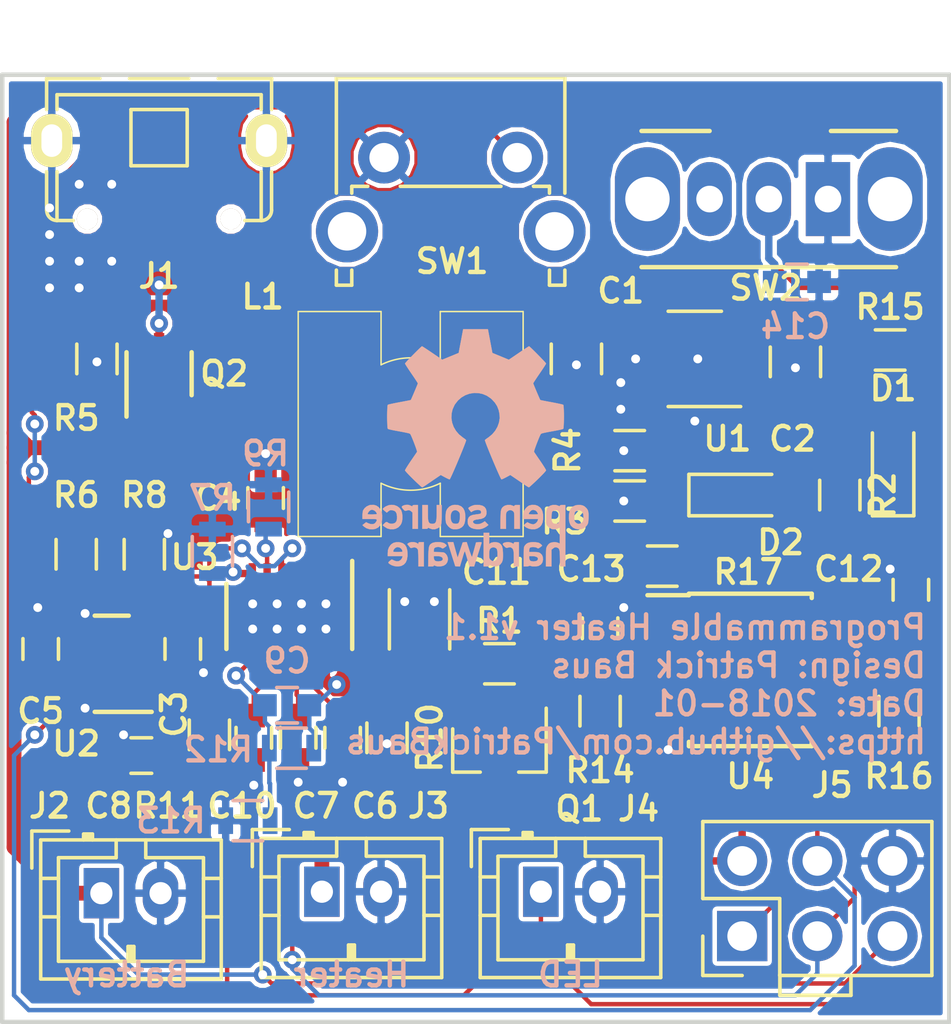
<source format=kicad_pcb>
(kicad_pcb (version 20170123) (host pcbnew "(2017-06-16 revision 2018d4894)-master")
  (layers (0 F.Cu signal) (31 B.Cu signal) (36 B.SilkS user) (37 F.SilkS user) (38 B.Mask user) (39 F.Mask user) (44 Edge.Cuts user))
  (net 0 "")
  (net 1 GND)
  (net 2 "/Power Supply/DC/DC boost converter/Vsup")
  (net 3 "/Power Supply/VUSB")
  (net 4 "Net-(C7-Pad1)")
  (net 5 "Net-(C8-Pad1)")
  (net 6 "Net-(C9-Pad2)")
  (net 7 "/Power Supply/V+5")
  (net 8 "Net-(C10-Pad1)")
  (net 9 "Net-(D1-Pad2)")
  (net 10 "Net-(D1-Pad1)")
  (net 11 "Net-(D2-Pad1)")
  (net 12 "Net-(J1-Pad2)")
  (net 13 "Net-(J1-Pad3)")
  (net 14 "Net-(J1-Pad4)")
  (net 15 "/Power Supply/Kill_power")
  (net 16 /Microcontroller/~enable_heater)
  (net 17 "Net-(SW1-Pad2)")
  (net 18 "Net-(L1-Pad2)")
  (net 19 /BAT+)
  (net 20 "Net-(C14-Pad1)")
  (net 21 "Net-(SW2-Pad3)")
  (net 22 "Net-(C6-Pad1)")
  (net 23 /Microcontroller/RST)
  (net 24 /Microcontroller/SCK)
  (net 25 /Microcontroller/MISO)
  (net 26 "Net-(C3-Pad1)")
  (net 27 "Net-(C5-Pad1)")
  (net 28 "Net-(C13-Pad1)")
  (net 29 "Net-(J3-Pad1)")
  (net 30 "Net-(J4-Pad1)")
  (net 31 "Net-(R4-Pad2)")
  (net 32 "Net-(R7-Pad1)")
  (net 33 "Net-(R8-Pad1)")
  (net 34 "Net-(R9-Pad1)")
  (net 35 "Net-(U2-Pad1)")
  (net 36 "Net-(U2-Pad2)")
  (module Custom_footprints:DFN-6-2EP_2x2mm_Pitch0.65mm (layer F.Cu) (at 95.3 80.1 90)
    (fp_text reference Q2 (at 0 2.2 180) (layer F.SilkS) (effects (font (size 0.8 0.8))))
    (fp_text value NTLJF3117P)
    (pad 1 smd rect (at -1.05 -0.65 90) (size 0.65 0.35) (layers F.Cu F.Mask) (net 3 "/Power Supply/VUSB"))
    (pad 2 smd rect (at -1.05 0 90) (size 0.65 0.35) (layers F.Cu F.Mask))
    (pad 3 smd rect (at -1.05 0.65 90) (size 0.65 0.35) (layers F.Cu F.Mask) (net 19 /BAT+))
    (pad 4 smd rect (at 1.05 0.65 90) (size 0.65 0.35) (layers F.Cu F.Mask) (net 2 "/Power Supply/DC/DC boost converter/Vsup"))
    (pad 5 smd rect (at 1.05 0 90) (size 0.65 0.35) (layers F.Cu F.Mask) (net 3 "/Power Supply/VUSB"))
    (pad 6 smd rect (at 1.05 -0.65 90) (size 0.65 0.35) (layers F.Cu F.Mask) (net 2 "/Power Supply/DC/DC boost converter/Vsup"))
    (pad 8 smd rect (at 0 0.4 90) (size 1 0.65) (layers F.Cu F.Mask) (net 19 /BAT+))
    (pad 7 smd rect (at 0 -0.4 90) (size 1 0.65) (layers F.Cu F.Mask) (net 2 "/Power Supply/DC/DC boost converter/Vsup"))
  )
  (module Symbols:OSHW-Logo_7.5x8mm_SilkScreen (layer B.Cu) (at 106 82.6 180)
    (fp_text reference REF*** hide)
    (fp_text value OSHW-Logo_7.5x8mm_SilkScreen hide)
  )
  (module Capacitors_SMD:C_0603 (layer F.Cu) (at 98.9 84.3 90)
    (fp_text reference C4 (at 0 -1.6 180) (layer F.SilkS) (effects (font (size 0.8 0.8))))
    (fp_text value 2.2u)
    (pad 2 smd rect (at 0.75 0 90) (size 0.8 0.75) (layers F.Cu F.Mask) (net 1 GND))
    (pad 1 smd rect (at -0.75 0 90) (size 0.8 0.75) (layers F.Cu F.Mask) (net 2 "/Power Supply/DC/DC boost converter/Vsup"))
  )
  (module Capacitors_SMD:C_0603 (layer F.Cu) (at 96.1 89.4 270)
    (fp_text reference C3 (at 2.2 0.3 270) (layer F.SilkS) (effects (font (size 0.8 0.8))))
    (fp_text value 10n)
    (pad 1 smd rect (at -0.75 0 270) (size 0.8 0.75) (layers F.Cu F.Mask) (net 26 "Net-(C3-Pad1)"))
    (pad 2 smd rect (at 0.75 0 270) (size 0.8 0.75) (layers F.Cu F.Mask) (net 1 GND))
  )
  (module Capacitors_SMD:C_0805 (layer F.Cu) (at 109.4 79.6 270)
    (fp_text reference C1 (at -2.3 -1.5) (layer F.SilkS) (effects (font (size 0.8 0.8))))
    (fp_text value 10u)
    (pad 2 smd rect (at 1 0 270) (size 1 1.25) (layers F.Cu F.Mask) (net 1 GND))
    (pad 1 smd rect (at -1 0 270) (size 1 1.25) (layers F.Cu F.Mask) (net 3 "/Power Supply/VUSB"))
  )
  (module Capacitors_SMD:C_0603 (layer F.Cu) (at 91.3 89.4 90)
    (fp_text reference C5 (at -2.1 0 180) (layer F.SilkS) (effects (font (size 0.8 0.8))))
    (fp_text value 100n)
    (pad 1 smd rect (at -0.75 0 90) (size 0.8 0.75) (layers F.Cu F.Mask) (net 27 "Net-(C5-Pad1)"))
    (pad 2 smd rect (at 0.75 0 90) (size 0.8 0.75) (layers F.Cu F.Mask) (net 1 GND))
  )
  (module Capacitors_SMD:C_0603 (layer F.Cu) (at 101.5 92.4 270)
    (fp_text reference C6 (at 2.3 -1.1) (layer F.SilkS) (effects (font (size 0.8 0.8))))
    (fp_text value 10n)
    (pad 1 smd rect (at -0.75 0 270) (size 0.8 0.75) (layers F.Cu F.Mask) (net 22 "Net-(C6-Pad1)"))
    (pad 2 smd rect (at 0.75 0 270) (size 0.8 0.75) (layers F.Cu F.Mask) (net 1 GND))
  )
  (module Capacitors_SMD:C_0603 (layer F.Cu) (at 100 92.4 270)
    (fp_text reference C7 (at 2.3 -0.6) (layer F.SilkS) (effects (font (size 0.8 0.8))))
    (fp_text value 10n)
    (pad 2 smd rect (at 0.75 0 270) (size 0.8 0.75) (layers F.Cu F.Mask) (net 1 GND))
    (pad 1 smd rect (at -0.75 0 270) (size 0.8 0.75) (layers F.Cu F.Mask) (net 4 "Net-(C7-Pad1)"))
  )
  (module Capacitors_SMD:C_0603 (layer F.Cu) (at 94.7 93 180)
    (fp_text reference C8 (at 1.1 -1.7 180) (layer F.SilkS) (effects (font (size 0.8 0.8))))
    (fp_text value 560p)
    (pad 1 smd rect (at -0.75 0 180) (size 0.8 0.75) (layers F.Cu F.Mask) (net 5 "Net-(C8-Pad1)"))
    (pad 2 smd rect (at 0.75 0 180) (size 0.8 0.75) (layers F.Cu F.Mask) (net 1 GND))
  )
  (module Capacitors_SMD:C_0603 (layer B.Cu) (at 99.625 91.3 180)
    (fp_text reference C9 (at 0 1.5 180) (layer B.SilkS) (effects (font (size 0.8 0.8)) (justify mirror)))
    (fp_text value 10p)
    (pad 2 smd rect (at 0.75 0 180) (size 0.8 0.75) (layers B.Cu B.Mask) (net 6 "Net-(C9-Pad2)"))
    (pad 1 smd rect (at -0.75 0 180) (size 0.8 0.75) (layers B.Cu B.Mask) (net 7 "/Power Supply/V+5"))
  )
  (module Capacitors_SMD:C_0603 (layer F.Cu) (at 98.5 92.4 270)
    (fp_text reference C10 (at 2.3 0.4) (layer F.SilkS) (effects (font (size 0.8 0.8))))
    (fp_text value 10p)
    (pad 2 smd rect (at 0.75 0 270) (size 0.8 0.75) (layers F.Cu F.Mask) (net 1 GND))
    (pad 1 smd rect (at -0.75 0 270) (size 0.8 0.75) (layers F.Cu F.Mask) (net 8 "Net-(C10-Pad1)"))
  )
  (module Capacitors_SMD:C_1206 (layer F.Cu) (at 104.1 88.4 90)
    (fp_text reference C11 (at 1.6 2.6 180) (layer F.SilkS) (effects (font (size 0.8 0.8))))
    (fp_text value 22u)
    (pad 2 smd rect (at 1.5 0 90) (size 1 1.6) (layers F.Cu F.Mask) (net 1 GND))
    (pad 1 smd rect (at -1.5 0 90) (size 1 1.6) (layers F.Cu F.Mask) (net 7 "/Power Supply/V+5"))
  )
  (module Capacitors_SMD:C_0603 (layer F.Cu) (at 110.2 88.7 90)
    (fp_text reference C13 (at 2 -0.3 -180) (layer F.SilkS) (effects (font (size 0.8 0.8))))
    (fp_text value 100n)
    (pad 1 smd rect (at -0.75 0 90) (size 0.8 0.75) (layers F.Cu F.Mask) (net 28 "Net-(C13-Pad1)"))
    (pad 2 smd rect (at 0.75 0 90) (size 0.8 0.75) (layers F.Cu F.Mask) (net 1 GND))
  )
  (module Capacitors_SMD:C_0603 (layer F.Cu) (at 120.7 87.4 90)
    (fp_text reference C12 (at 0.7 -2.1 180) (layer F.SilkS) (effects (font (size 0.8 0.8))))
    (fp_text value 100n)
    (pad 2 smd rect (at 0.75 0 90) (size 0.8 0.75) (layers F.Cu F.Mask) (net 1 GND))
    (pad 1 smd rect (at -0.75 0 90) (size 0.8 0.75) (layers F.Cu F.Mask) (net 7 "/Power Supply/V+5"))
  )
  (module LEDs:LED_0805 (layer F.Cu) (at 120.1 83.1 90)
    (fp_text reference D1 (at 2.5 0 180) (layer F.SilkS) (effects (font (size 0.8 0.8))))
    (fp_text value "Red LED")
    (pad 2 smd rect (at 1.1 0 270) (size 1.2 1.2) (layers F.Cu F.Mask) (net 9 "Net-(D1-Pad2)"))
    (pad 1 smd rect (at -1.1 0 270) (size 1.2 1.2) (layers F.Cu F.Mask) (net 10 "Net-(D1-Pad1)"))
  )
  (module LEDs:LED_0805 (layer F.Cu) (at 115 84.2)
    (fp_text reference D2 (at 1.3 1.6) (layer F.SilkS) (effects (font (size 0.8 0.8))))
    (fp_text value "Green LED")
    (pad 1 smd rect (at -1.1 0 180) (size 1.2 1.2) (layers F.Cu F.Mask) (net 11 "Net-(D2-Pad1)"))
    (pad 2 smd rect (at 1.1 0 180) (size 1.2 1.2) (layers F.Cu F.Mask) (net 10 "Net-(D1-Pad1)"))
  )
  (module Custom_footprints:USB_MICRO (layer F.Cu) (at 95.3 70.125 180)
    (fp_text reference J1 (at 0 -6.675 180) (layer F.SilkS) (effects (font (size 0.8 0.8))))
    (fp_text value USB_OTG)
    (pad 1 smd rect (at -1.3 -4.675 180) (size 0.4 1.35) (layers F.Cu F.Mask) (net 3 "/Power Supply/VUSB"))
    (pad 2 smd rect (at -0.65 -4.675 180) (size 0.4 1.35) (layers F.Cu F.Mask) (net 12 "Net-(J1-Pad2)"))
    (pad 3 smd rect (at 0 -4.675 180) (size 0.4 1.35) (layers F.Cu F.Mask) (net 13 "Net-(J1-Pad3)"))
    (pad 4 smd rect (at 0.65 -4.675 180) (size 0.4 1.35) (layers F.Cu F.Mask) (net 14 "Net-(J1-Pad4)"))
    (pad 5 smd rect (at 1.3 -4.675 180) (size 0.4 1.35) (layers F.Cu F.Mask) (net 1 GND))
    (pad 6 thru_hole oval (at -3.625 -2.1 180) (size 1.4 1.8) (drill oval 0.7 1.1) (layers *.Cu *.Mask F.SilkS) (net 1 GND))
    (pad 6 thru_hole oval (at 3.625 -2.1 180) (size 1.4 1.8) (drill oval 0.7 1.1) (layers *.Cu *.Mask F.SilkS) (net 1 GND))
    (pad "" thru_hole circle (at -2.425 -4.75 180) (size 0.7 0.7) (drill 0.7) (layers *.Cu *.Mask F.SilkS))
    (pad "" thru_hole circle (at 2.425 -4.75 180) (size 0.7 0.7) (drill 0.7) (layers *.Cu *.Mask F.SilkS))
  )
  (module TO_SOT_Packages_SMD:SOT-23 (layer F.Cu) (at 106.8 92.8 270)
    (fp_text reference Q1 (at 2 -2.7) (layer F.SilkS) (effects (font (size 0.8 0.8))))
    (fp_text value DMP1045U)
    (pad 3 smd rect (at 1 0 270) (size 0.9 0.8) (layers F.Cu F.Mask) (net 29 "Net-(J3-Pad1)"))
    (pad 2 smd rect (at -1 0.95 270) (size 0.9 0.8) (layers F.Cu F.Mask) (net 7 "/Power Supply/V+5"))
    (pad 1 smd rect (at -1 -0.95 270) (size 0.9 0.8) (layers F.Cu F.Mask) (net 16 /Microcontroller/~enable_heater))
  )
  (module Resistors_SMD:R_0603 (layer F.Cu) (at 106.8 89.9)
    (fp_text reference R1 (at 0 -1.45) (layer F.SilkS) (effects (font (size 0.8 0.8))))
    (fp_text value 10k)
    (pad 2 smd rect (at 0.75 0) (size 0.5 0.9) (layers F.Cu F.Mask) (net 16 /Microcontroller/~enable_heater))
    (pad 1 smd rect (at -0.75 0) (size 0.5 0.9) (layers F.Cu F.Mask) (net 7 "/Power Supply/V+5"))
  )
  (module Resistors_SMD:R_0603 (layer F.Cu) (at 92.5 86.2 270)
    (fp_text reference R6 (at -2 0) (layer F.SilkS) (effects (font (size 0.8 0.8))))
    (fp_text value 1k)
    (pad 1 smd rect (at -0.75 0 270) (size 0.5 0.9) (layers F.Cu F.Mask) (net 2 "/Power Supply/DC/DC boost converter/Vsup"))
    (pad 2 smd rect (at 0.75 0 270) (size 0.5 0.9) (layers F.Cu F.Mask) (net 26 "Net-(C3-Pad1)"))
  )
  (module Resistors_SMD:R_0603 (layer B.Cu) (at 97.1 86.1 90)
    (fp_text reference R7 (at 1.8 0) (layer B.SilkS) (effects (font (size 0.8 0.8)) (justify mirror)))
    (fp_text value 450k)
    (pad 2 smd rect (at 0.75 0 90) (size 0.5 0.9) (layers B.Cu B.Mask) (net 1 GND))
    (pad 1 smd rect (at -0.75 0 90) (size 0.5 0.9) (layers B.Cu B.Mask) (net 32 "Net-(R7-Pad1)"))
  )
  (module Resistors_SMD:R_0603 (layer B.Cu) (at 99 84.6 90)
    (fp_text reference R9 (at 1.8 -0.1) (layer B.SilkS) (effects (font (size 0.8 0.8)) (justify mirror)))
    (fp_text value 124k)
    (pad 1 smd rect (at -0.75 0 90) (size 0.5 0.9) (layers B.Cu B.Mask) (net 34 "Net-(R9-Pad1)"))
    (pad 2 smd rect (at 0.75 0 90) (size 0.5 0.9) (layers B.Cu B.Mask) (net 1 GND))
  )
  (module Resistors_SMD:R_0603 (layer F.Cu) (at 103 92.4 270)
    (fp_text reference R10 (at 0 -1.45 270) (layer F.SilkS) (effects (font (size 0.8 0.8))))
    (fp_text value 133k)
    (pad 1 smd rect (at -0.75 0 270) (size 0.5 0.9) (layers F.Cu F.Mask) (net 22 "Net-(C6-Pad1)"))
    (pad 2 smd rect (at 0.75 0 270) (size 0.5 0.9) (layers F.Cu F.Mask) (net 1 GND))
  )
  (module Resistors_SMD:R_0603 (layer F.Cu) (at 97 92.3 270)
    (fp_text reference R11 (at 2.4 1.4) (layer F.SilkS) (effects (font (size 0.8 0.8))))
    (fp_text value 33k)
    (pad 2 smd rect (at 0.75 0 270) (size 0.5 0.9) (layers F.Cu F.Mask) (net 5 "Net-(C8-Pad1)"))
    (pad 1 smd rect (at -0.75 0 270) (size 0.5 0.9) (layers F.Cu F.Mask) (net 8 "Net-(C10-Pad1)"))
  )
  (module Resistors_SMD:R_0603 (layer B.Cu) (at 99.775 92.75 180)
    (fp_text reference R12 (at 2.475 -0.05 180) (layer B.SilkS) (effects (font (size 0.8 0.8)) (justify mirror)))
    (fp_text value 1M)
    (pad 2 smd rect (at 0.75 0 180) (size 0.5 0.9) (layers B.Cu B.Mask) (net 6 "Net-(C9-Pad2)"))
    (pad 1 smd rect (at -0.75 0 180) (size 0.5 0.9) (layers B.Cu B.Mask) (net 7 "/Power Supply/V+5"))
  )
  (module Resistors_SMD:R_0603 (layer F.Cu) (at 118.3 84.2 270)
    (fp_text reference R2 (at 0 -1.45 270) (layer F.SilkS) (effects (font (size 0.8 0.8))))
    (fp_text value 470)
    (pad 1 smd rect (at -0.75 0 270) (size 0.5 0.9) (layers F.Cu F.Mask) (net 9 "Net-(D1-Pad2)"))
    (pad 2 smd rect (at 0.75 0 270) (size 0.5 0.9) (layers F.Cu F.Mask) (net 3 "/Power Supply/VUSB"))
  )
  (module Resistors_SMD:R_0603 (layer F.Cu) (at 111.2 84.4)
    (fp_text reference R3 (at -2.2 0.7 180) (layer F.SilkS) (effects (font (size 0.8 0.8))))
    (fp_text value 470)
    (pad 1 smd rect (at -0.75 0) (size 0.5 0.9) (layers F.Cu F.Mask) (net 1 GND))
    (pad 2 smd rect (at 0.75 0) (size 0.5 0.9) (layers F.Cu F.Mask) (net 11 "Net-(D2-Pad1)"))
  )
  (module Resistors_SMD:R_0603 (layer F.Cu) (at 111.2 82.7)
    (fp_text reference R4 (at -2.1 0 90) (layer F.SilkS) (effects (font (size 0.8 0.8))))
    (fp_text value 2k)
    (pad 2 smd rect (at 0.75 0) (size 0.5 0.9) (layers F.Cu F.Mask) (net 31 "Net-(R4-Pad2)"))
    (pad 1 smd rect (at -0.75 0) (size 0.5 0.9) (layers F.Cu F.Mask) (net 1 GND))
  )
  (module Resistors_SMD:R_0603 (layer F.Cu) (at 93.2 79.6 270)
    (fp_text reference R5 (at 2 0.7) (layer F.SilkS) (effects (font (size 0.8 0.8))))
    (fp_text value 100k)
    (pad 2 smd rect (at 0.75 0 270) (size 0.5 0.9) (layers F.Cu F.Mask) (net 1 GND))
    (pad 1 smd rect (at -0.75 0 270) (size 0.5 0.9) (layers F.Cu F.Mask) (net 3 "/Power Supply/VUSB"))
  )
  (module Resistors_SMD:R_0603 (layer B.Cu) (at 98.3 95.2 180)
    (fp_text reference R13 (at 2.6 0 180) (layer B.SilkS) (effects (font (size 0.8 0.8)) (justify mirror)))
    (fp_text value 324k)
    (pad 1 smd rect (at -0.75 0 180) (size 0.5 0.9) (layers B.Cu B.Mask) (net 6 "Net-(C9-Pad2)"))
    (pad 2 smd rect (at 0.75 0 180) (size 0.5 0.9) (layers B.Cu B.Mask) (net 1 GND))
  )
  (module Resistors_SMD:R_0603 (layer F.Cu) (at 110.2 91.5 270)
    (fp_text reference R14 (at 2 0) (layer F.SilkS) (effects (font (size 0.8 0.8))))
    (fp_text value 1k)
    (pad 2 smd rect (at 0.75 0 270) (size 0.5 0.9) (layers F.Cu F.Mask) (net 19 /BAT+))
    (pad 1 smd rect (at -0.75 0 270) (size 0.5 0.9) (layers F.Cu F.Mask) (net 28 "Net-(C13-Pad1)"))
  )
  (module Resistors_SMD:R_0603 (layer F.Cu) (at 120.3 91.5 270)
    (fp_text reference R16 (at 2.2 0) (layer F.SilkS) (effects (font (size 0.8 0.8))))
    (fp_text value 470)
    (pad 2 smd rect (at 0.75 0 270) (size 0.5 0.9) (layers F.Cu F.Mask) (net 30 "Net-(J4-Pad1)"))
    (pad 1 smd rect (at -0.75 0 270) (size 0.5 0.9) (layers F.Cu F.Mask) (net 25 /Microcontroller/MISO))
  )
  (module Resistors_SMD:R_0603 (layer F.Cu) (at 112.3 86.6)
    (fp_text reference R17 (at 2.9 0.2) (layer F.SilkS) (effects (font (size 0.8 0.8))))
    (fp_text value 10k)
    (pad 1 smd rect (at -0.75 0) (size 0.5 0.9) (layers F.Cu F.Mask) (net 7 "/Power Supply/V+5"))
    (pad 2 smd rect (at 0.75 0) (size 0.5 0.9) (layers F.Cu F.Mask) (net 23 /Microcontroller/RST))
  )
  (module Housings_DFN_QFN:DFN-10-1EP_2x3mm_Pitch0.5mm (layer F.Cu) (at 93.7 89.9 180)
    (fp_text reference U2 (at 1.2 -2.7) (layer F.SilkS) (effects (font (size 0.8 0.8))))
    (fp_text value "LTC2955-1(DFN)")
    (pad 1 smd rect (at -0.925 -1 180) (size 0.7 0.25) (layers F.Cu F.Mask) (net 35 "Net-(U2-Pad1)"))
    (pad 2 smd rect (at -0.925 -0.5 180) (size 0.7 0.25) (layers F.Cu F.Mask) (net 36 "Net-(U2-Pad2)"))
    (pad 3 smd rect (at -0.925 0 180) (size 0.7 0.25) (layers F.Cu F.Mask) (net 33 "Net-(R8-Pad1)"))
    (pad 4 smd rect (at -0.925 0.5 180) (size 0.7 0.25) (layers F.Cu F.Mask) (net 26 "Net-(C3-Pad1)"))
    (pad 5 smd rect (at -0.925 1 180) (size 0.7 0.25) (layers F.Cu F.Mask) (net 17 "Net-(SW1-Pad2)"))
    (pad 6 smd rect (at 0.925 1 180) (size 0.7 0.25) (layers F.Cu F.Mask) (net 1 GND))
    (pad 7 smd rect (at 0.925 0.5 180) (size 0.7 0.25) (layers F.Cu F.Mask) (net 1 GND))
    (pad 8 smd rect (at 0.925 0 180) (size 0.7 0.25) (layers F.Cu F.Mask) (net 27 "Net-(C5-Pad1)"))
    (pad 9 smd rect (at 0.925 -0.5 180) (size 0.7 0.25) (layers F.Cu F.Mask) (net 15 "/Power Supply/Kill_power"))
    (pad 10 smd rect (at 0.925 -1 180) (size 0.7 0.25) (layers F.Cu F.Mask) (net 1 GND))
    (pad 11 smd rect (at 0 0.6 180) (size 0.64 1.2) (layers F.Cu F.Mask))
    (pad 11 smd rect (at 0 -0.6 180) (size 0.64 1.2) (layers F.Cu F.Mask))
  )
  (module Housings_DFN_QFN:DFN-12-1EP_3x4mm_Pitch0.5mm (layer F.Cu) (at 99.7 88.3 270)
    (fp_text reference U3 (at -2 3.2) (layer F.SilkS) (effects (font (size 0.8 0.8))))
    (fp_text value LTC3458)
    (pad 13 smd rect (at -0.425 -1.2375 270) (size 0.85 0.825) (layers F.Cu F.Mask) (net 1 GND))
    (pad 13 smd rect (at -0.425 -0.4125 270) (size 0.85 0.825) (layers F.Cu F.Mask) (net 1 GND))
    (pad 13 smd rect (at -0.425 0.4125 270) (size 0.85 0.825) (layers F.Cu F.Mask) (net 1 GND))
    (pad 13 smd rect (at -0.425 1.2375 270) (size 0.85 0.825) (layers F.Cu F.Mask) (net 1 GND))
    (pad 13 smd rect (at 0.425 -1.2375 270) (size 0.85 0.825) (layers F.Cu F.Mask) (net 1 GND))
    (pad 13 smd rect (at 0.425 -0.4125 270) (size 0.85 0.825) (layers F.Cu F.Mask) (net 1 GND))
    (pad 13 smd rect (at 0.425 0.4125 270) (size 0.85 0.825) (layers F.Cu F.Mask) (net 1 GND))
    (pad 13 smd rect (at 0.425 1.2375 270) (size 0.85 0.825) (layers F.Cu F.Mask) (net 1 GND))
    (pad 12 smd rect (at 1.45 -1.25 270) (size 0.7 0.25) (layers F.Cu F.Mask) (net 7 "/Power Supply/V+5"))
    (pad 11 smd rect (at 1.45 -0.75 270) (size 0.7 0.25) (layers F.Cu F.Mask) (net 22 "Net-(C6-Pad1)"))
    (pad 10 smd rect (at 1.45 -0.25 270) (size 0.7 0.25) (layers F.Cu F.Mask) (net 4 "Net-(C7-Pad1)"))
    (pad 9 smd rect (at 1.45 0.25 270) (size 0.7 0.25) (layers F.Cu F.Mask) (net 1 GND))
    (pad 8 smd rect (at 1.45 0.75 270) (size 0.7 0.25) (layers F.Cu F.Mask) (net 8 "Net-(C10-Pad1)"))
    (pad 7 smd rect (at 1.45 1.25 270) (size 0.7 0.25) (layers F.Cu F.Mask) (net 6 "Net-(C9-Pad2)"))
    (pad 6 smd rect (at -1.45 1.25 270) (size 0.7 0.25) (layers F.Cu F.Mask) (net 32 "Net-(R7-Pad1)"))
    (pad 5 smd rect (at -1.45 0.75 270) (size 0.7 0.25) (layers F.Cu F.Mask) (net 34 "Net-(R9-Pad1)"))
    (pad 4 smd rect (at -1.45 0.25 270) (size 0.7 0.25) (layers F.Cu F.Mask) (net 33 "Net-(R8-Pad1)"))
    (pad 3 smd rect (at -1.45 -0.25 270) (size 0.7 0.25) (layers F.Cu F.Mask) (net 1 GND))
    (pad 2 smd rect (at -1.45 -0.75 270) (size 0.7 0.25) (layers F.Cu F.Mask) (net 2 "/Power Supply/DC/DC boost converter/Vsup"))
    (pad 1 smd rect (at -1.45 -1.25 270) (size 0.7 0.25) (layers F.Cu F.Mask) (net 18 "Net-(L1-Pad2)"))
  )
  (module Housings_SOIC:SOIC-8_3.9x4.9mm_Pitch1.27mm (layer F.Cu) (at 115.275952 90.1075)
    (fp_text reference U4 (at 0 3.5925) (layer F.SilkS) (effects (font (size 0.8 0.8))))
    (fp_text value ATTINY13-20SSU)
    (pad 8 smd rect (at 2.7 -1.905) (size 1.55 0.6) (layers F.Cu F.Mask) (net 7 "/Power Supply/V+5"))
    (pad 7 smd rect (at 2.7 -0.635) (size 1.55 0.6) (layers F.Cu F.Mask) (net 24 /Microcontroller/SCK))
    (pad 6 smd rect (at 2.7 0.635) (size 1.55 0.6) (layers F.Cu F.Mask) (net 25 /Microcontroller/MISO))
    (pad 5 smd rect (at 2.7 1.905) (size 1.55 0.6) (layers F.Cu F.Mask) (net 15 "/Power Supply/Kill_power"))
    (pad 4 smd rect (at -2.7 1.905) (size 1.55 0.6) (layers F.Cu F.Mask) (net 1 GND))
    (pad 3 smd rect (at -2.7 0.635) (size 1.55 0.6) (layers F.Cu F.Mask) (net 28 "Net-(C13-Pad1)"))
    (pad 2 smd rect (at -2.7 -0.635) (size 1.55 0.6) (layers F.Cu F.Mask) (net 16 /Microcontroller/~enable_heater))
    (pad 1 smd rect (at -2.7 -1.905) (size 1.55 0.6) (layers F.Cu F.Mask) (net 23 /Microcontroller/RST))
  )
  (module TO_SOT_Packages_SMD:SOT-23-5 (layer F.Cu) (at 113.4 79.6 180)
    (fp_text reference U1 (at -1.1 -2.7 180) (layer F.SilkS) (effects (font (size 0.8 0.8))))
    (fp_text value MCP73831)
    (pad 5 smd rect (at 1.1 -0.95 180) (size 1.06 0.65) (layers F.Cu F.Mask) (net 31 "Net-(R4-Pad2)"))
    (pad 4 smd rect (at 1.1 0.95 180) (size 1.06 0.65) (layers F.Cu F.Mask) (net 3 "/Power Supply/VUSB"))
    (pad 3 smd rect (at -1.1 0.95 180) (size 1.06 0.65) (layers F.Cu F.Mask) (net 19 /BAT+))
    (pad 2 smd rect (at -1.1 0 180) (size 1.06 0.65) (layers F.Cu F.Mask) (net 1 GND))
    (pad 1 smd rect (at -1.1 -0.95 180) (size 1.06 0.65) (layers F.Cu F.Mask) (net 10 "Net-(D1-Pad1)"))
  )
  (module Pin_Headers:Pin_Header_Straight_2x03_Pitch2.54mm (layer F.Cu) (at 115 99.1 90)
    (fp_text reference J5 (at 5.1 3.04 180) (layer F.SilkS) (effects (font (size 0.8 0.8))))
    (fp_text value AVR-ISP-6)
    (pad 6 thru_hole oval (at 2.54 5.08 90) (size 1.7 1.7) (drill 1) (layers *.Cu *.Mask) (net 1 GND))
    (pad 5 thru_hole oval (at 0 5.08 90) (size 1.7 1.7) (drill 1) (layers *.Cu *.Mask) (net 23 /Microcontroller/RST))
    (pad 4 thru_hole oval (at 2.54 2.54 90) (size 1.7 1.7) (drill 1) (layers *.Cu *.Mask) (net 15 "/Power Supply/Kill_power"))
    (pad 3 thru_hole oval (at 0 2.54 90) (size 1.7 1.7) (drill 1) (layers *.Cu *.Mask) (net 24 /Microcontroller/SCK))
    (pad 2 thru_hole oval (at 2.54 0 90) (size 1.7 1.7) (drill 1) (layers *.Cu *.Mask) (net 7 "/Power Supply/V+5"))
    (pad 1 thru_hole rect (at 0 0 90) (size 1.7 1.7) (drill 1) (layers *.Cu *.Mask) (net 25 /Microcontroller/MISO))
  )
  (module Connectors_JST:JST_PH_B2B-PH-K_02x2.00mm_Straight (layer F.Cu) (at 108.2 97.6)
    (fp_text reference J4 (at 3.3 -2.8) (layer F.SilkS) (effects (font (size 0.8 0.8))))
    (fp_text value Conn_01x02)
    (pad 2 thru_hole oval (at 2 0) (size 1.2 1.7) (drill 0.75) (layers *.Cu *.Mask) (net 1 GND))
    (pad 1 thru_hole rect (at 0 0) (size 1.2 1.7) (drill 0.75) (layers *.Cu *.Mask) (net 30 "Net-(J4-Pad1)"))
  )
  (module Connectors_JST:JST_PH_B2B-PH-K_02x2.00mm_Straight (layer F.Cu) (at 93.35 97.65)
    (fp_text reference J2 (at -1.75 -2.95) (layer F.SilkS) (effects (font (size 0.8 0.8))))
    (fp_text value Conn_01x02)
    (pad 1 thru_hole rect (at 0 0) (size 1.2 1.7) (drill 0.75) (layers *.Cu *.Mask) (net 19 /BAT+))
    (pad 2 thru_hole oval (at 2 0) (size 1.2 1.7) (drill 0.75) (layers *.Cu *.Mask) (net 1 GND))
  )
  (module Connectors_JST:JST_PH_B2B-PH-K_02x2.00mm_Straight (layer F.Cu) (at 100.8 97.6)
    (fp_text reference J3 (at 3.6 -2.9) (layer F.SilkS) (effects (font (size 0.8 0.8))))
    (fp_text value Conn_01x02)
    (pad 2 thru_hole oval (at 2 0) (size 1.2 1.7) (drill 0.75) (layers *.Cu *.Mask) (net 1 GND))
    (pad 1 thru_hole rect (at 0 0) (size 1.2 1.7) (drill 0.75) (layers *.Cu *.Mask) (net 29 "Net-(J3-Pad1)"))
  )
  (module Custom_footprints:Coilcraft_MSS7341 (layer F.Cu) (at 103.8 81.8 90)
    (fp_text reference L1 (at 4.3 -5 180) (layer F.SilkS) (effects (font (size 0.8 0.8))))
    (fp_text value 22u)
    (pad 1 smd rect (at 0 -2.3 90) (size 7.1 2.5) (layers F.Cu F.Mask) (net 2 "/Power Supply/DC/DC boost converter/Vsup"))
    (pad 2 smd rect (at 0 2.3 90) (size 7.1 2.5) (layers F.Cu F.Mask) (net 18 "Net-(L1-Pad2)"))
  )
  (module SW_Tactile_SPST_Angled_PTS645Vx31-2LFS (layer F.Cu) (at 102.9 72.8)
    (fp_text reference SW1 (at 2.3 3.5) (layer F.SilkS) (effects (font (size 0.8 0.8))))
    (fp_text value SW_Push)
    (pad "" thru_hole circle (at -1.25 2.49) (size 2.1 2.1) (drill 1.3) (layers *.Cu *.Mask))
    (pad 1 thru_hole circle (at 0 0) (size 1.75 1.75) (drill 0.99) (layers *.Cu *.Mask) (net 1 GND))
    (pad 2 thru_hole circle (at 4.5 0) (size 1.75 1.75) (drill 0.99) (layers *.Cu *.Mask) (net 17 "Net-(SW1-Pad2)"))
    (pad "" thru_hole circle (at 5.76 2.49) (size 2.1 2.1) (drill 1.3) (layers *.Cu *.Mask))
  )
  (module Buttons_Switches_THT:SW_CuK_OS102011MA1QN1_SPDT_Angled (layer F.Cu) (at 117.9 74.2 180)
    (fp_text reference SW2 (at 2.1 -3 180) (layer F.SilkS) (effects (font (size 0.8 0.8))))
    (fp_text value SW_SPDT)
    (pad "" thru_hole oval (at 6.1 0 180) (size 2.2 3.5) (drill 1.5) (layers *.Cu *.Mask))
    (pad "" thru_hole oval (at -2.1 0 180) (size 2.2 3.5) (drill 1.5) (layers *.Cu *.Mask))
    (pad 3 thru_hole oval (at 4 0 180) (size 1.5 2.5) (drill 0.9) (layers *.Cu *.Mask) (net 21 "Net-(SW2-Pad3)"))
    (pad 2 thru_hole oval (at 2 0 180) (size 1.5 2.5) (drill 0.9) (layers *.Cu *.Mask) (net 20 "Net-(C14-Pad1)"))
    (pad 1 thru_hole rect (at 0 0 180) (size 1.5 2.5) (drill 0.9) (layers *.Cu *.Mask) (net 1 GND))
  )
  (module Capacitors_SMD:C_0603 (layer B.Cu) (at 116.85 77)
    (fp_text reference C14 (at -0.05 1.5) (layer B.SilkS) (effects (font (size 0.8 0.8)) (justify mirror)))
    (fp_text value 100n)
    (pad 1 smd rect (at -0.75 0) (size 0.8 0.75) (layers B.Cu B.Mask) (net 20 "Net-(C14-Pad1)"))
    (pad 2 smd rect (at 0.75 0) (size 0.8 0.75) (layers B.Cu B.Mask) (net 1 GND))
  )
  (module Resistors_SMD:R_0603 (layer F.Cu) (at 94.8 86.2 90)
    (fp_text reference R8 (at 2 0 180) (layer F.SilkS) (effects (font (size 0.8 0.8))))
    (fp_text value 100k)
    (pad 2 smd rect (at 0.75 0 90) (size 0.5 0.9) (layers F.Cu F.Mask) (net 1 GND))
    (pad 1 smd rect (at -0.75 0 90) (size 0.5 0.9) (layers F.Cu F.Mask) (net 33 "Net-(R8-Pad1)"))
  )
  (module Capacitors_SMD:C_0805 (layer F.Cu) (at 116.8 79.7 270)
    (fp_text reference C2 (at 2.6 0.1 180) (layer F.SilkS) (effects (font (size 0.8 0.8))))
    (fp_text value 10u)
    (pad 2 smd rect (at 1 0 270) (size 1 1.25) (layers F.Cu F.Mask) (net 1 GND))
    (pad 1 smd rect (at -1 0 270) (size 1 1.25) (layers F.Cu F.Mask) (net 19 /BAT+))
  )
  (module Resistors_SMD:R_0603 (layer F.Cu) (at 120 79.3)
    (fp_text reference R15 (at 0 -1.45) (layer F.SilkS) (effects (font (size 0.8 0.8))))
    (fp_text value 4.7k)
    (pad 2 smd rect (at 0.75 0) (size 0.5 0.9) (layers F.Cu F.Mask) (net 24 /Microcontroller/SCK))
    (pad 1 smd rect (at -0.75 0) (size 0.5 0.9) (layers F.Cu F.Mask) (net 20 "Net-(C14-Pad1)"))
  )
  (gr_line (start 116.275 101.1) (end 116.275 100.4) (layer F.SilkS) (width 0.125))
  (gr_line (start 118.675 101.1) (end 116.275 101.1) (layer F.SilkS) (width 0.125))
  (gr_line (start 118.675 100.45) (end 118.675 101.1) (layer F.SilkS) (width 0.125))
  (gr_text LED (at 109.2 100.4) (layer B.SilkS) (effects (font (size 0.8 0.8)) (justify mirror)))
  (gr_text Heater (at 101.8 100.4) (layer B.SilkS) (effects (font (size 0.8 0.8)) (justify mirror)))
  (gr_text Battery (at 94.2 100.4) (layer B.SilkS) (effects (font (size 0.8 0.8)) (justify mirror)))
  (gr_text "Programmable Heater v1.1\nDesign: Patrick Baus\nDate: 2018-01\nhttps://github.com/PatrickBaus" (at 121.3 90.6) (layer B.SilkS) (effects (font (size 0.8 0.8)) (justify left mirror)))
  (gr_line (start 90 102) (end 90 102) (layer Edge.Cuts) (width 0.15))
  (gr_line (start 122 102) (end 90 102) (layer Edge.Cuts) (width 0.15))
  (gr_line (start 122 70) (end 122 102) (layer Edge.Cuts) (width 0.15))
  (gr_line (start 90 70) (end 122 70) (layer Edge.Cuts) (width 0.15))
  (gr_line (start 90 70) (end 90 102) (layer Edge.Cuts) (width 0.15))
  (segment (start 94.8 85.45) (end 95.55 85.45) (width 0.15) (layer F.Cu) (net 1))
  (segment (start 95.55 85.45) (end 95.6 85.5) (width 0.15) (layer F.Cu) (net 1))
  (via (at 95.6 85.5) (size 0.6) (drill 0.3) (layers F.Cu B.Cu) (net 1))
  (segment (start 110.2 87.95) (end 110.95 87.95) (width 0.15) (layer F.Cu) (net 1))
  (segment (start 110.95 87.95) (end 111 88) (width 0.15) (layer F.Cu) (net 1))
  (via (at 111 88) (size 0.6) (drill 0.3) (layers F.Cu B.Cu) (net 1))
  (segment (start 116.8 80.7) (end 116.8 79.9) (width 0.25) (layer F.Cu) (net 1))
  (via (at 116.8 79.9) (size 0.6) (drill 0.3) (layers F.Cu B.Cu) (net 1))
  (via (at 92.6 77.2) (size 0.6) (drill 0.3) (layers F.Cu B.Cu) (net 1))
  (segment (start 92.6 76.3) (end 92.6 77.2) (width 0.15) (layer F.Cu) (net 1))
  (segment (start 92.6 76.3) (end 93.7 76.3) (width 0.15) (layer F.Cu) (net 1))
  (segment (start 91.6 76.3) (end 92.6 76.3) (width 0.15) (layer F.Cu) (net 1))
  (segment (start 91.6 76.3) (end 91.6 77.2) (width 0.15) (layer F.Cu) (net 1))
  (segment (start 91.6 75.4) (end 91.6 76.3) (width 0.15) (layer F.Cu) (net 1))
  (via (at 93.7 73.7) (size 0.6) (drill 0.3) (layers F.Cu B.Cu) (net 1))
  (segment (start 94 74) (end 93.7 73.7) (width 0.15) (layer F.Cu) (net 1))
  (segment (start 94 74.8) (end 94 74) (width 0.15) (layer F.Cu) (net 1))
  (via (at 92.6 73.7) (size 0.6) (drill 0.3) (layers F.Cu B.Cu) (net 1))
  (segment (start 93.7 73.7) (end 92.6 73.7) (width 0.15) (layer F.Cu) (net 1))
  (segment (start 92.6 73.7) (end 92.4 73.7) (width 0.15) (layer F.Cu) (net 1))
  (segment (start 92.4 73.7) (end 91.6 74.5) (width 0.15) (layer F.Cu) (net 1))
  (via (at 91.6 74.5) (size 0.6) (drill 0.3) (layers F.Cu B.Cu) (net 1))
  (segment (start 91.6 75.4) (end 91.6 74.5) (width 0.15) (layer F.Cu) (net 1))
  (via (at 91.6 75.4) (size 0.6) (drill 0.3) (layers F.Cu B.Cu) (net 1))
  (via (at 91.6 76.3) (size 0.6) (drill 0.3) (layers F.Cu B.Cu) (net 1))
  (via (at 93.7 76.3) (size 0.6) (drill 0.3) (layers F.Cu B.Cu) (net 1))
  (via (at 92.6 76.3) (size 0.6) (drill 0.3) (layers F.Cu B.Cu) (net 1))
  (via (at 91.6 77.2) (size 0.6) (drill 0.3) (layers F.Cu B.Cu) (net 1))
  (segment (start 98.9 83.55) (end 98.9 82.8) (width 0.25) (layer F.Cu) (net 1))
  (via (at 98.9 82.8) (size 0.6) (drill 0.3) (layers F.Cu B.Cu) (net 1))
  (segment (start 93.2 80.35) (end 93.2 79.7) (width 0.25) (layer F.Cu) (net 1))
  (via (at 93.2 79.7) (size 0.6) (drill 0.3) (layers F.Cu B.Cu) (net 1))
  (segment (start 111.4 79.6) (end 113.5 79.6) (width 0.25) (layer F.Cu) (net 1))
  (segment (start 110.9 80.4) (end 110.9 81.3) (width 0.25) (layer F.Cu) (net 1))
  (via (at 110.9 81.3) (size 0.6) (drill 0.3) (layers F.Cu B.Cu) (net 1))
  (segment (start 111.4 79.6) (end 111.4 79.9) (width 0.25) (layer F.Cu) (net 1))
  (segment (start 111.4 79.9) (end 110.9 80.4) (width 0.25) (layer F.Cu) (net 1))
  (via (at 110.9 80.4) (size 0.6) (drill 0.3) (layers F.Cu B.Cu) (net 1))
  (via (at 111.4 79.6) (size 0.6) (drill 0.3) (layers F.Cu B.Cu) (net 1))
  (segment (start 113.5 79.6) (end 113.5 81.6) (width 0.25) (layer F.Cu) (net 1))
  (segment (start 113.5 81.6) (end 113.4 81.7) (width 0.25) (layer F.Cu) (net 1))
  (via (at 113.4 81.7) (size 0.6) (drill 0.3) (layers F.Cu B.Cu) (net 1))
  (segment (start 114.5 79.6) (end 113.5 79.6) (width 0.25) (layer F.Cu) (net 1))
  (via (at 113.5 79.6) (size 0.6) (drill 0.3) (layers F.Cu B.Cu) (net 1))
  (segment (start 109.4 80.6) (end 109.4 79.8) (width 0.25) (layer F.Cu) (net 1))
  (segment (start 110.45 84.4) (end 111 84.4) (width 0.25) (layer F.Cu) (net 1))
  (via (at 111 84.4) (size 0.6) (drill 0.3) (layers F.Cu B.Cu) (net 1))
  (segment (start 110.45 82.7) (end 111 82.7) (width 0.25) (layer F.Cu) (net 1))
  (via (at 111 82.7) (size 0.6) (drill 0.3) (layers F.Cu B.Cu) (net 1))
  (segment (start 120.7 86.65) (end 120.05 86.65) (width 0.25) (layer F.Cu) (net 1))
  (segment (start 120.05 86.65) (end 120 86.7) (width 0.25) (layer F.Cu) (net 1))
  (via (at 120 86.7) (size 0.6) (drill 0.3) (layers F.Cu B.Cu) (net 1))
  (segment (start 112.575952 92.0125) (end 112.575952 92.724048) (width 0.25) (layer F.Cu) (net 1))
  (via (at 112.5 92.8) (size 0.6) (drill 0.3) (layers F.Cu B.Cu) (net 1))
  (segment (start 112.575952 92.724048) (end 112.5 92.8) (width 0.25) (layer F.Cu) (net 1))
  (segment (start 103.6 87.8) (end 103.6 87.4) (width 0.25) (layer F.Cu) (net 1))
  (segment (start 103.6 87.4) (end 104.1 86.9) (width 0.25) (layer F.Cu) (net 1))
  (segment (start 104.6 87.8) (end 104.6 87.4) (width 0.25) (layer F.Cu) (net 1))
  (segment (start 104.6 87.4) (end 104.1 86.9) (width 0.25) (layer F.Cu) (net 1))
  (via (at 104.6 87.8) (size 0.6) (drill 0.3) (layers F.Cu B.Cu) (net 1))
  (via (at 103.6 87.8) (size 0.6) (drill 0.3) (layers F.Cu B.Cu) (net 1))
  (segment (start 103 93.15) (end 103 92.6) (width 0.25) (layer F.Cu) (net 1))
  (via (at 103 92.6) (size 0.6) (drill 0.3) (layers F.Cu B.Cu) (net 1))
  (via (at 98.5 94) (size 0.6) (drill 0.3) (layers F.Cu B.Cu) (net 1))
  (segment (start 98.5 94) (end 98.5 93.15) (width 0.25) (layer F.Cu) (net 1))
  (via (at 100 93.9) (size 0.6) (drill 0.3) (layers F.Cu B.Cu) (net 1))
  (segment (start 100 93.9) (end 100 93.15) (width 0.25) (layer F.Cu) (net 1))
  (segment (start 101.5 93.15) (end 101.5 93.9) (width 0.25) (layer F.Cu) (net 1))
  (via (at 101.5 93.9) (size 0.6) (drill 0.3) (layers F.Cu B.Cu) (net 1))
  (segment (start 93.95 93) (end 93.95 92.45) (width 0.25) (layer F.Cu) (net 1))
  (segment (start 93.95 92.45) (end 94.1 92.3) (width 0.25) (layer F.Cu) (net 1))
  (via (at 94.1 92.3) (size 0.6) (drill 0.3) (layers F.Cu B.Cu) (net 1))
  (segment (start 92.775 90.9) (end 92.775 91.375) (width 0.15) (layer F.Cu) (net 1))
  (segment (start 92.775 91.375) (end 92.8 91.4) (width 0.15) (layer F.Cu) (net 1))
  (via (at 92.8 91.4) (size 0.6) (drill 0.3) (layers F.Cu B.Cu) (net 1))
  (segment (start 92.775 89.4) (end 92.775 88.9) (width 0.15) (layer F.Cu) (net 1))
  (segment (start 92.775 88.9) (end 92.775 88.225) (width 0.15) (layer F.Cu) (net 1))
  (segment (start 92.775 88.225) (end 92.8 88.2) (width 0.15) (layer F.Cu) (net 1))
  (via (at 92.8 88.2) (size 0.6) (drill 0.3) (layers F.Cu B.Cu) (net 1))
  (segment (start 91.2 88.65) (end 91.2 88) (width 0.25) (layer F.Cu) (net 1))
  (via (at 91.2 88) (size 0.6) (drill 0.3) (layers F.Cu B.Cu) (net 1))
  (segment (start 99.45 89.75) (end 99.45 88.8875) (width 0.25) (layer F.Cu) (net 1))
  (segment (start 99.45 88.8875) (end 99.2875 88.725) (width 0.25) (layer F.Cu) (net 1))
  (segment (start 99.95 86.85) (end 99.95 87.7125) (width 0.25) (layer F.Cu) (net 1))
  (segment (start 99.95 87.7125) (end 100.1125 87.875) (width 0.25) (layer F.Cu) (net 1))
  (via (at 100.9375 88.725) (size 0.6) (drill 0.3) (layers F.Cu B.Cu) (net 1))
  (via (at 100.9375 87.875) (size 0.6) (drill 0.3) (layers F.Cu B.Cu) (net 1))
  (via (at 100.1125 88.725) (size 0.6) (drill 0.3) (layers F.Cu B.Cu) (net 1))
  (via (at 100.1125 87.875) (size 0.6) (drill 0.3) (layers F.Cu B.Cu) (net 1))
  (via (at 99.2875 87.875) (size 0.6) (drill 0.3) (layers F.Cu B.Cu) (net 1))
  (via (at 99.2875 88.725) (size 0.6) (drill 0.3) (layers F.Cu B.Cu) (net 1))
  (via (at 98.4625 87.875) (size 0.6) (drill 0.3) (layers F.Cu B.Cu) (net 1))
  (via (at 98.4625 88.725) (size 0.6) (drill 0.3) (layers F.Cu B.Cu) (net 1))
  (segment (start 96.1 90.15) (end 96.75 90.15) (width 0.25) (layer F.Cu) (net 1))
  (segment (start 96.75 90.15) (end 96.8 90.2) (width 0.25) (layer F.Cu) (net 1))
  (via (at 96.8 90.2) (size 0.6) (drill 0.3) (layers F.Cu B.Cu) (net 1))
  (segment (start 117.9 76.2) (end 117.9 74.2) (width 0.25) (layer B.Cu) (net 1))
  (segment (start 117.6 76.5) (end 117.9 76.2) (width 0.25) (layer B.Cu) (net 1))
  (segment (start 117.6 77) (end 117.6 76.5) (width 0.25) (layer B.Cu) (net 1))
  (via (at 109.4 79.8) (size 0.6) (drill 0.3) (layers F.Cu B.Cu) (net 1))
  (segment (start 94.65 79.35) (end 94.9 79.6) (width 0.25) (layer F.Cu) (net 2))
  (segment (start 94.9 79.6) (end 94.9 80.1) (width 0.25) (layer F.Cu) (net 2))
  (segment (start 94.65 79.05) (end 94.65 79.35) (width 0.25) (layer F.Cu) (net 2))
  (segment (start 118.3 84.95) (end 117.45 84.95) (width 0.15) (layer F.Cu) (net 3))
  (segment (start 117.45 84.95) (end 117.3 85.1) (width 0.15) (layer F.Cu) (net 3))
  (segment (start 109.4 85.1) (end 108.3 84) (width 0.15) (layer F.Cu) (net 3))
  (segment (start 108.3 84) (end 108.3 78.8) (width 0.15) (layer F.Cu) (net 3))
  (segment (start 109.4 85.1) (end 117.3 85.1) (width 0.15) (layer F.Cu) (net 3))
  (via (at 95.3 77.1) (size 0.6) (drill 0.3) (layers F.Cu B.Cu) (net 3))
  (segment (start 95.3 78.4) (end 95.3 77.1) (width 0.25) (layer B.Cu) (net 3))
  (segment (start 95.3 79.05) (end 95.3 78.4) (width 0.25) (layer F.Cu) (net 3))
  (via (at 95.3 78.4) (size 0.6) (drill 0.3) (layers F.Cu B.Cu) (net 3))
  (segment (start 99.95 90.95) (end 100 91) (width 0.15) (layer F.Cu) (net 4))
  (segment (start 100 91) (end 100 91.65) (width 0.15) (layer F.Cu) (net 4))
  (segment (start 99.95 89.75) (end 99.95 90.95) (width 0.15) (layer F.Cu) (net 4))
  (segment (start 96.25 93.05) (end 96.2 93) (width 0.25) (layer F.Cu) (net 5))
  (segment (start 96.2 93) (end 95.45 93) (width 0.25) (layer F.Cu) (net 5))
  (segment (start 97 93.05) (end 96.25 93.05) (width 0.25) (layer F.Cu) (net 5))
  (segment (start 99.025 93.925) (end 99.05 93.95) (width 0.15) (layer B.Cu) (net 6))
  (segment (start 99.05 93.95) (end 99.05 95.2) (width 0.15) (layer B.Cu) (net 6))
  (segment (start 99.025 92.75) (end 99.025 93.925) (width 0.15) (layer B.Cu) (net 6))
  (segment (start 98.875 91.875) (end 99.025 92.025) (width 0.15) (layer B.Cu) (net 6))
  (segment (start 99.025 92.025) (end 99.025 92.75) (width 0.15) (layer B.Cu) (net 6))
  (segment (start 98.875 91.3) (end 98.875 91.875) (width 0.15) (layer B.Cu) (net 6))
  (segment (start 97.9 90.3) (end 98.875 91.275) (width 0.15) (layer B.Cu) (net 6))
  (segment (start 98.875 91.275) (end 98.875 91.3) (width 0.15) (layer B.Cu) (net 6))
  (segment (start 98.45 89.75) (end 97.9 90.3) (width 0.15) (layer F.Cu) (net 6))
  (via (at 97.9 90.3) (size 0.6) (drill 0.3) (layers F.Cu B.Cu) (net 6))
  (segment (start 100.525 92.225) (end 100.375 92.075) (width 0.15) (layer B.Cu) (net 7))
  (segment (start 100.375 92.075) (end 100.375 91.3) (width 0.15) (layer B.Cu) (net 7))
  (segment (start 100.525 92.75) (end 100.525 92.225) (width 0.15) (layer B.Cu) (net 7))
  (segment (start 100.375 91.3) (end 100.6 91.3) (width 0.15) (layer B.Cu) (net 7))
  (segment (start 100.6 91.3) (end 101.3 90.6) (width 0.15) (layer B.Cu) (net 7))
  (via (at 101.3 90.6) (size 0.6) (drill 0.3) (layers F.Cu B.Cu) (net 7))
  (segment (start 97 91.55) (end 98.4 91.55) (width 0.25) (layer F.Cu) (net 8))
  (segment (start 98.4 91.55) (end 98.5 91.65) (width 0.25) (layer F.Cu) (net 8))
  (segment (start 98.95 90.45) (end 98.5 90.9) (width 0.15) (layer F.Cu) (net 8))
  (segment (start 98.5 90.9) (end 98.5 91.65) (width 0.15) (layer F.Cu) (net 8))
  (segment (start 98.95 89.75) (end 98.95 90.45) (width 0.15) (layer F.Cu) (net 8))
  (segment (start 118.3 82.8) (end 119.1 82) (width 0.15) (layer F.Cu) (net 9))
  (segment (start 119.1 82) (end 120.1 82) (width 0.15) (layer F.Cu) (net 9))
  (segment (start 118.3 83.45) (end 118.3 82.8) (width 0.15) (layer F.Cu) (net 9))
  (segment (start 120.1 84.2) (end 116.1 84.2) (width 0.15) (layer F.Cu) (net 10))
  (segment (start 114.5 80.55) (end 114.5 82.6) (width 0.15) (layer F.Cu) (net 10))
  (segment (start 114.8 82.9) (end 114.5 82.6) (width 0.15) (layer F.Cu) (net 10))
  (segment (start 116.1 84.2) (end 114.8 82.9) (width 0.15) (layer F.Cu) (net 10))
  (segment (start 112.5 84.4) (end 112.7 84.2) (width 0.15) (layer F.Cu) (net 11))
  (segment (start 112.7 84.2) (end 113.9 84.2) (width 0.15) (layer F.Cu) (net 11))
  (segment (start 111.95 84.4) (end 112.5 84.4) (width 0.15) (layer F.Cu) (net 11))
  (segment (start 117.54 96.56) (end 117.56 96.56) (width 0.15) (layer B.Cu) (net 15))
  (segment (start 117.56 96.56) (end 118.8 97.8) (width 0.15) (layer B.Cu) (net 15))
  (segment (start 118.8 97.8) (end 118.8 100.1) (width 0.15) (layer B.Cu) (net 15))
  (segment (start 118.8 100.1) (end 117.3 101.6) (width 0.15) (layer B.Cu) (net 15))
  (segment (start 90.4 93) (end 91.1 92.3) (width 0.15) (layer B.Cu) (net 15))
  (segment (start 117.3 101.6) (end 90.9 101.6) (width 0.15) (layer B.Cu) (net 15))
  (segment (start 90.9 101.6) (end 90.4 101.1) (width 0.15) (layer B.Cu) (net 15))
  (segment (start 90.4 101.1) (end 90.4 93) (width 0.15) (layer B.Cu) (net 15))
  (segment (start 117.54 96.56) (end 117.54 95.011904) (width 0.15) (layer F.Cu) (net 15))
  (segment (start 117.54 95.011904) (end 117.975952 94.575952) (width 0.15) (layer F.Cu) (net 15))
  (segment (start 117.975952 94.575952) (end 117.975952 92.0125) (width 0.15) (layer F.Cu) (net 15))
  (segment (start 117.3 96.52) (end 117.34 96.56) (width 0.15) (layer F.Cu) (net 15))
  (via (at 91.1 92.3) (size 0.6) (drill 0.3) (layers F.Cu B.Cu) (net 15))
  (segment (start 92 91.4) (end 92 90.6) (width 0.15) (layer F.Cu) (net 15))
  (segment (start 92 90.6) (end 92.2 90.4) (width 0.15) (layer F.Cu) (net 15))
  (segment (start 92.2 90.4) (end 92.775 90.4) (width 0.15) (layer F.Cu) (net 15))
  (segment (start 91.1 92.3) (end 92 91.4) (width 0.15) (layer F.Cu) (net 15))
  (segment (start 112.575952 89.4725) (end 111.5725 89.4725) (width 0.15) (layer F.Cu) (net 16))
  (segment (start 108.4 89.9) (end 107.55 89.9) (width 0.15) (layer F.Cu) (net 16))
  (segment (start 111.5725 89.4725) (end 110.8 88.7) (width 0.15) (layer F.Cu) (net 16))
  (segment (start 110.8 88.7) (end 109.6 88.7) (width 0.15) (layer F.Cu) (net 16))
  (segment (start 109.6 88.7) (end 108.4 89.9) (width 0.15) (layer F.Cu) (net 16))
  (segment (start 107.55 90.65) (end 107.75 90.85) (width 0.15) (layer F.Cu) (net 16))
  (segment (start 107.75 90.85) (end 107.75 91.8) (width 0.15) (layer F.Cu) (net 16))
  (segment (start 107.55 89.9) (end 107.55 90.65) (width 0.15) (layer F.Cu) (net 16))
  (segment (start 91.1 83.4) (end 90.9 83.6) (width 0.15) (layer F.Cu) (net 17))
  (segment (start 91.7 87.6) (end 93.7 87.6) (width 0.15) (layer F.Cu) (net 17))
  (segment (start 93.7 87.6) (end 94.625 88.525) (width 0.15) (layer F.Cu) (net 17))
  (segment (start 90.9 83.6) (end 90.9 86.8) (width 0.15) (layer F.Cu) (net 17))
  (segment (start 90.9 86.8) (end 91.7 87.6) (width 0.15) (layer F.Cu) (net 17))
  (segment (start 94.625 88.525) (end 94.625 88.9) (width 0.15) (layer F.Cu) (net 17))
  (via (at 91.1 81.8) (size 0.6) (drill 0.3) (layers F.Cu B.Cu) (net 17))
  (segment (start 105.7 71.1) (end 107.4 72.8) (width 0.15) (layer F.Cu) (net 17))
  (segment (start 91.1 83.4) (end 91.1 81.8) (width 0.15) (layer B.Cu) (net 17))
  (segment (start 91.1 81.8) (end 91.1 81.5) (width 0.15) (layer F.Cu) (net 17))
  (segment (start 91.1 81.5) (end 91 81.4) (width 0.15) (layer F.Cu) (net 17))
  (segment (start 91.8 73.7) (end 94.4 71.1) (width 0.15) (layer F.Cu) (net 17))
  (segment (start 91 81.4) (end 91 74) (width 0.15) (layer F.Cu) (net 17))
  (segment (start 91 74) (end 91.3 73.7) (width 0.15) (layer F.Cu) (net 17))
  (segment (start 91.3 73.7) (end 91.8 73.7) (width 0.15) (layer F.Cu) (net 17))
  (segment (start 94.4 71.1) (end 105.7 71.1) (width 0.15) (layer F.Cu) (net 17))
  (via (at 91.1 83.4) (size 0.6) (drill 0.3) (layers F.Cu B.Cu) (net 17))
  (via (at 98.8 100.4) (size 0.6) (drill 0.3) (layers F.Cu B.Cu) (net 19))
  (segment (start 98.8 100.4) (end 99.1 100.7) (width 0.15) (layer F.Cu) (net 19))
  (segment (start 98.8 100.4) (end 94.6 100.4) (width 0.15) (layer B.Cu) (net 19))
  (segment (start 94.6 100.4) (end 93.35 99.15) (width 0.15) (layer B.Cu) (net 19))
  (segment (start 93.35 99.15) (end 93.35 97.65) (width 0.15) (layer B.Cu) (net 19))
  (segment (start 99.1 100.7) (end 105.4 100.7) (width 0.15) (layer F.Cu) (net 19))
  (segment (start 110.2 92.8) (end 110.2 92.25) (width 0.15) (layer F.Cu) (net 19))
  (segment (start 105.4 100.7) (end 106.2 99.9) (width 0.15) (layer F.Cu) (net 19))
  (segment (start 106.2 99.9) (end 106.2 96.3) (width 0.15) (layer F.Cu) (net 19))
  (segment (start 106.2 96.3) (end 107.3 95.2) (width 0.15) (layer F.Cu) (net 19))
  (segment (start 107.3 95.2) (end 107.8 95.2) (width 0.15) (layer F.Cu) (net 19))
  (segment (start 107.8 95.2) (end 110.2 92.8) (width 0.15) (layer F.Cu) (net 19))
  (segment (start 114.5 78.65) (end 116.525 78.65) (width 0.5) (layer F.Cu) (net 19))
  (segment (start 95.7 80.4) (end 95.95 80.65) (width 0.25) (layer F.Cu) (net 19))
  (segment (start 95.95 80.65) (end 95.95 81.15) (width 0.25) (layer F.Cu) (net 19))
  (segment (start 95.7 80.1) (end 95.7 80.4) (width 0.25) (layer F.Cu) (net 19))
  (segment (start 93.35 97.65) (end 91.95 97.65) (width 0.5) (layer F.Cu) (net 19))
  (segment (start 91.95 97.65) (end 90.4 96.1) (width 0.5) (layer F.Cu) (net 19))
  (segment (start 90.4 96.1) (end 90.4 83.1) (width 0.5) (layer F.Cu) (net 19))
  (segment (start 90.4 83.1) (end 90.4 82.6) (width 0.5) (layer F.Cu) (net 19))
  (segment (start 90.9 82.6) (end 90.4 83.1) (width 0.5) (layer F.Cu) (net 19))
  (segment (start 90.9 82.6) (end 95.2 82.6) (width 0.5) (layer F.Cu) (net 19))
  (segment (start 90.4 82.6) (end 90.9 82.6) (width 0.5) (layer F.Cu) (net 19))
  (segment (start 90.4 71.6) (end 90.4 82.1) (width 0.5) (layer F.Cu) (net 19))
  (segment (start 90.4 82.1) (end 90.4 82.6) (width 0.5) (layer F.Cu) (net 19))
  (segment (start 90.9 82.6) (end 90.4 82.1) (width 0.5) (layer F.Cu) (net 19))
  (segment (start 91.4 70.6) (end 90.4 71.6) (width 0.5) (layer F.Cu) (net 19))
  (segment (start 109.3 70.6) (end 91.4 70.6) (width 0.5) (layer F.Cu) (net 19))
  (segment (start 110.2 71.5) (end 109.3 70.6) (width 0.5) (layer F.Cu) (net 19))
  (segment (start 110.2 76) (end 110.2 71.5) (width 0.5) (layer F.Cu) (net 19))
  (segment (start 111.2 77) (end 110.2 76) (width 0.5) (layer F.Cu) (net 19))
  (segment (start 113.6 77) (end 111.2 77) (width 0.5) (layer F.Cu) (net 19))
  (segment (start 114.5 77.9) (end 113.6 77) (width 0.5) (layer F.Cu) (net 19))
  (segment (start 114.5 78.65) (end 114.5 77.9) (width 0.5) (layer F.Cu) (net 19))
  (segment (start 95.2 82.6) (end 95.95 81.85) (width 0.5) (layer F.Cu) (net 19))
  (segment (start 95.95 81.85) (end 95.95 81.15) (width 0.5) (layer F.Cu) (net 19))
  (segment (start 116.525 78.65) (end 116.8 78.925) (width 0.5) (layer F.Cu) (net 19))
  (segment (start 116.9 77.2) (end 115.9 76.2) (width 0.15) (layer F.Cu) (net 20))
  (segment (start 115.9 76.2) (end 115.9 74.2) (width 0.15) (layer F.Cu) (net 20))
  (segment (start 118.7 77.2) (end 116.9 77.2) (width 0.15) (layer F.Cu) (net 20))
  (segment (start 119.25 77.75) (end 118.7 77.2) (width 0.15) (layer F.Cu) (net 20))
  (segment (start 119.25 79.3) (end 119.25 77.75) (width 0.15) (layer F.Cu) (net 20))
  (segment (start 116.1 76.4) (end 115.9 76.2) (width 0.25) (layer B.Cu) (net 20))
  (segment (start 116.1 77) (end 116.1 76.4) (width 0.25) (layer B.Cu) (net 20))
  (segment (start 115.9 76.2) (end 115.9 74.2) (width 0.25) (layer B.Cu) (net 20))
  (segment (start 103 91.65) (end 103.65 91.65) (width 0.15) (layer F.Cu) (net 22))
  (segment (start 100.45 89.75) (end 100.45 90.6) (width 0.15) (layer F.Cu) (net 22))
  (segment (start 100.45 90.6) (end 101.5 91.65) (width 0.15) (layer F.Cu) (net 22))
  (segment (start 101.5 91.65) (end 103 91.65) (width 0.25) (layer F.Cu) (net 22))
  (segment (start 103.65 91.65) (end 104.3 92.3) (width 0.15) (layer F.Cu) (net 22))
  (segment (start 104.3 92.3) (end 104.3 93.7) (width 0.15) (layer F.Cu) (net 22))
  (segment (start 104.3 93.7) (end 103.1 94.9) (width 0.15) (layer F.Cu) (net 22))
  (segment (start 101.4 94.9) (end 99.8 96.5) (width 0.15) (layer F.Cu) (net 22))
  (segment (start 103.1 94.9) (end 101.4 94.9) (width 0.15) (layer F.Cu) (net 22))
  (segment (start 99.8 96.5) (end 99.8 99.9) (width 0.15) (layer F.Cu) (net 22))
  (via (at 99.8 99.9) (size 0.6) (drill 0.3) (layers F.Cu B.Cu) (net 22))
  (segment (start 100.7 101.1) (end 99.8 100.2) (width 0.15) (layer B.Cu) (net 22))
  (segment (start 99.8 100.2) (end 99.8 99.9) (width 0.15) (layer B.Cu) (net 22))
  (segment (start 118.3 100.7) (end 118.48 100.7) (width 0.15) (layer F.Cu) (net 23))
  (segment (start 118.48 100.7) (end 120.08 99.1) (width 0.15) (layer F.Cu) (net 23))
  (segment (start 112.2 95.6) (end 112.2 95.7) (width 0.15) (layer F.Cu) (net 23))
  (segment (start 112.2 94.2) (end 112.2 95.6) (width 0.15) (layer F.Cu) (net 23))
  (segment (start 112.2 95.7) (end 112.1 95.7) (width 0.15) (layer F.Cu) (net 23))
  (segment (start 112.1 95.7) (end 107.4 95.7) (width 0.15) (layer F.Cu) (net 23))
  (segment (start 112.2 95.6) (end 112.1 95.7) (width 0.15) (layer F.Cu) (net 23))
  (segment (start 113.9 92.5) (end 112.2 94.2) (width 0.15) (layer F.Cu) (net 23))
  (segment (start 113.9 88.7) (end 113.9 92.5) (width 0.15) (layer F.Cu) (net 23))
  (segment (start 113.4025 88.2025) (end 113.9 88.7) (width 0.15) (layer F.Cu) (net 23))
  (segment (start 112.575952 88.2025) (end 113.4025 88.2025) (width 0.15) (layer F.Cu) (net 23))
  (segment (start 119.88 99.1) (end 119.88 99.12) (width 0.15) (layer F.Cu) (net 23))
  (segment (start 118.3 100.7) (end 113.6 100.7) (width 0.15) (layer F.Cu) (net 23))
  (segment (start 113.6 100.7) (end 113.2 100.3) (width 0.15) (layer F.Cu) (net 23))
  (segment (start 106.6 96.5) (end 106.6 100.1) (width 0.15) (layer F.Cu) (net 23))
  (segment (start 113.2 100.3) (end 113.2 96.7) (width 0.15) (layer F.Cu) (net 23))
  (segment (start 113.2 96.7) (end 112.2 95.7) (width 0.15) (layer F.Cu) (net 23))
  (segment (start 107.4 95.7) (end 106.6 96.5) (width 0.15) (layer F.Cu) (net 23))
  (segment (start 106.6 100.1) (end 105.6 101.1) (width 0.15) (layer F.Cu) (net 23))
  (segment (start 105.6 101.1) (end 97.6 101.1) (width 0.15) (layer F.Cu) (net 23))
  (segment (start 97.6 101.1) (end 97.6 96.6) (width 0.15) (layer F.Cu) (net 23))
  (segment (start 112.575952 87.924048) (end 113.05 87.45) (width 0.15) (layer F.Cu) (net 23))
  (segment (start 113.05 87.45) (end 113.05 86.6) (width 0.15) (layer F.Cu) (net 23))
  (segment (start 112.575952 88.2025) (end 112.575952 87.924048) (width 0.15) (layer F.Cu) (net 23))
  (segment (start 96.8 95.8) (end 97.6 96.6) (width 0.15) (layer F.Cu) (net 23))
  (segment (start 94.2 95.8) (end 96.8 95.8) (width 0.15) (layer F.Cu) (net 23))
  (segment (start 92.5 94.1) (end 94.2 95.8) (width 0.15) (layer F.Cu) (net 23))
  (segment (start 92.5 92.7) (end 93.6 91.6) (width 0.15) (layer F.Cu) (net 23))
  (segment (start 92.5 92.7) (end 92.5 94.1) (width 0.15) (layer F.Cu) (net 23))
  (segment (start 117.54 99.1) (end 117.54 100.36) (width 0.15) (layer B.Cu) (net 24))
  (segment (start 117.54 100.36) (end 116.8 101.1) (width 0.15) (layer B.Cu) (net 24))
  (segment (start 116.8 101.1) (end 100.7 101.1) (width 0.15) (layer B.Cu) (net 24))
  (segment (start 119.3 94.6) (end 118.8 95.1) (width 0.15) (layer F.Cu) (net 24))
  (segment (start 117.54 99.06) (end 118.8 97.8) (width 0.15) (layer F.Cu) (net 24))
  (segment (start 118.8 97.8) (end 118.8 95.1) (width 0.15) (layer F.Cu) (net 24))
  (segment (start 117.54 99.1) (end 117.54 99.06) (width 0.15) (layer F.Cu) (net 24))
  (segment (start 120.75 79.3) (end 121.1 79.3) (width 0.15) (layer F.Cu) (net 24))
  (segment (start 121.1 79.3) (end 121.5 79.7) (width 0.15) (layer F.Cu) (net 24))
  (segment (start 121.5 79.7) (end 121.5 88.845) (width 0.15) (layer F.Cu) (net 24))
  (segment (start 121.5 88.845) (end 121 89.345) (width 0.15) (layer F.Cu) (net 24))
  (segment (start 121 89.345) (end 120.8725 89.4725) (width 0.15) (layer F.Cu) (net 24))
  (segment (start 120.8725 89.4725) (end 121 89.6) (width 0.15) (layer F.Cu) (net 24))
  (segment (start 121 89.6) (end 121.3 89.9) (width 0.15) (layer F.Cu) (net 24))
  (segment (start 121 89.345) (end 121 89.6) (width 0.15) (layer F.Cu) (net 24))
  (segment (start 117.975952 89.4725) (end 120.8725 89.4725) (width 0.15) (layer F.Cu) (net 24))
  (segment (start 121.3 89.9) (end 121.3 91.2) (width 0.15) (layer F.Cu) (net 24))
  (segment (start 121.3 91.2) (end 121 91.5) (width 0.15) (layer F.Cu) (net 24))
  (segment (start 121 91.5) (end 119.7 91.5) (width 0.15) (layer F.Cu) (net 24))
  (segment (start 119.7 91.5) (end 119.3 91.9) (width 0.15) (layer F.Cu) (net 24))
  (segment (start 119.3 91.9) (end 119.3 94.6) (width 0.15) (layer F.Cu) (net 24))
  (segment (start 117.34 99.1) (end 117.34 99.06) (width 0.15) (layer F.Cu) (net 24))
  (segment (start 115 99.1) (end 116.3 97.8) (width 0.15) (layer F.Cu) (net 25))
  (segment (start 116.3 97.8) (end 116.3 91.1) (width 0.15) (layer F.Cu) (net 25))
  (segment (start 116.3 91.1) (end 116.6575 90.7425) (width 0.15) (layer F.Cu) (net 25))
  (segment (start 116.6575 90.7425) (end 117.975952 90.7425) (width 0.15) (layer F.Cu) (net 25))
  (segment (start 120.3 90.75) (end 117.983452 90.75) (width 0.15) (layer F.Cu) (net 25))
  (segment (start 117.983452 90.75) (end 117.975952 90.7425) (width 0.15) (layer F.Cu) (net 25))
  (segment (start 96.1 88.65) (end 96.1 87.8) (width 0.15) (layer F.Cu) (net 26))
  (segment (start 96.1 87.8) (end 95.9 87.6) (width 0.15) (layer F.Cu) (net 26))
  (segment (start 95.9 87.6) (end 94.2 87.6) (width 0.15) (layer F.Cu) (net 26))
  (segment (start 94.2 87.6) (end 93.55 86.95) (width 0.15) (layer F.Cu) (net 26))
  (segment (start 93.55 86.95) (end 92.5 86.95) (width 0.15) (layer F.Cu) (net 26))
  (segment (start 94.625 89.4) (end 95.2 89.4) (width 0.15) (layer F.Cu) (net 26))
  (segment (start 95.3 89.1) (end 95.3 89.3) (width 0.15) (layer F.Cu) (net 26))
  (segment (start 95.3 89.3) (end 95.2 89.4) (width 0.15) (layer F.Cu) (net 26))
  (segment (start 95.75 88.65) (end 95.3 89.1) (width 0.15) (layer F.Cu) (net 26))
  (segment (start 96.1 88.65) (end 95.75 88.65) (width 0.15) (layer F.Cu) (net 26))
  (segment (start 91.75 90.15) (end 92 89.9) (width 0.15) (layer F.Cu) (net 27))
  (segment (start 91.2 90.15) (end 91.75 90.15) (width 0.15) (layer F.Cu) (net 27))
  (segment (start 92 89.9) (end 92.775 89.9) (width 0.15) (layer F.Cu) (net 27))
  (segment (start 112.575952 90.7425) (end 110.2075 90.7425) (width 0.15) (layer F.Cu) (net 28))
  (segment (start 110.2075 90.7425) (end 110.2 90.75) (width 0.15) (layer F.Cu) (net 28))
  (segment (start 110.2 89.45) (end 110.2 90.75) (width 0.15) (layer F.Cu) (net 28))
  (segment (start 101.6 95.6) (end 100.8 96.4) (width 0.5) (layer F.Cu) (net 29))
  (segment (start 100.8 96.4) (end 100.8 97.6) (width 0.5) (layer F.Cu) (net 29))
  (segment (start 103.6 95.6) (end 101.6 95.6) (width 0.5) (layer F.Cu) (net 29))
  (segment (start 105.4 93.8) (end 103.6 95.6) (width 0.5) (layer F.Cu) (net 29))
  (segment (start 106.8 93.8) (end 105.4 93.8) (width 0.5) (layer F.Cu) (net 29))
  (segment (start 109.9 101.4) (end 108.2 99.7) (width 0.15) (layer F.Cu) (net 30))
  (segment (start 108.2 99.7) (end 108.2 97.6) (width 0.15) (layer F.Cu) (net 30))
  (segment (start 120.9 101.4) (end 109.9 101.4) (width 0.15) (layer F.Cu) (net 30))
  (segment (start 121.5 100.8) (end 120.9 101.4) (width 0.15) (layer F.Cu) (net 30))
  (segment (start 121.5 92.7) (end 121.5 100.8) (width 0.15) (layer F.Cu) (net 30))
  (segment (start 121.05 92.25) (end 121.5 92.7) (width 0.15) (layer F.Cu) (net 30))
  (segment (start 120.3 92.25) (end 121.05 92.25) (width 0.15) (layer F.Cu) (net 30))
  (segment (start 112.3 81.4) (end 111.95 81.75) (width 0.15) (layer F.Cu) (net 31))
  (segment (start 111.95 81.75) (end 111.95 82.7) (width 0.15) (layer F.Cu) (net 31))
  (segment (start 112.3 80.55) (end 112.3 81.4) (width 0.15) (layer F.Cu) (net 31))
  (segment (start 97.8 86.8) (end 97.75 86.85) (width 0.25) (layer B.Cu) (net 32))
  (segment (start 97.75 86.85) (end 97.1 86.85) (width 0.25) (layer B.Cu) (net 32))
  (segment (start 98.45 86.85) (end 97.85 86.85) (width 0.25) (layer F.Cu) (net 32))
  (segment (start 97.85 86.85) (end 97.8 86.8) (width 0.25) (layer F.Cu) (net 32))
  (via (at 97.8 86.8) (size 0.6) (drill 0.3) (layers F.Cu B.Cu) (net 32))
  (segment (start 97 86.9) (end 97 87.1) (width 0.15) (layer F.Cu) (net 33))
  (segment (start 97 87.1) (end 97 89) (width 0.15) (layer F.Cu) (net 33))
  (segment (start 96.85 86.95) (end 97 87.1) (width 0.15) (layer F.Cu) (net 33))
  (segment (start 96.8 86.95) (end 96.95 86.95) (width 0.15) (layer F.Cu) (net 33))
  (segment (start 96.85 86.95) (end 97 86.8) (width 0.15) (layer F.Cu) (net 33))
  (segment (start 94.8 86.95) (end 96.8 86.95) (width 0.15) (layer F.Cu) (net 33))
  (segment (start 97 86.4) (end 97 86.8) (width 0.15) (layer F.Cu) (net 33))
  (segment (start 97 86.8) (end 97 86.9) (width 0.15) (layer F.Cu) (net 33))
  (segment (start 96.8 86.95) (end 96.85 86.95) (width 0.15) (layer F.Cu) (net 33))
  (segment (start 96.95 86.95) (end 97 86.9) (width 0.15) (layer F.Cu) (net 33))
  (segment (start 98.1 86) (end 97.4 86) (width 0.15) (layer F.Cu) (net 33))
  (segment (start 97.4 86) (end 97 86.4) (width 0.15) (layer F.Cu) (net 33))
  (segment (start 96.6 89.4) (end 95.7 89.4) (width 0.15) (layer F.Cu) (net 33))
  (segment (start 96.6 89.4) (end 97 89) (width 0.15) (layer F.Cu) (net 33))
  (segment (start 95.2 89.9) (end 94.625 89.9) (width 0.15) (layer F.Cu) (net 33))
  (segment (start 95.7 89.4) (end 95.2 89.9) (width 0.15) (layer F.Cu) (net 33))
  (segment (start 99.2 86.6) (end 98.7 86.6) (width 0.15) (layer B.Cu) (net 33))
  (segment (start 98.7 86.6) (end 98.1 86) (width 0.15) (layer B.Cu) (net 33))
  (via (at 98.1 86) (size 0.6) (drill 0.3) (layers F.Cu B.Cu) (net 33))
  (segment (start 99.8 86) (end 99.2 86.6) (width 0.15) (layer B.Cu) (net 33))
  (segment (start 99.45 86.85) (end 99.45 86.35) (width 0.15) (layer F.Cu) (net 33))
  (segment (start 99.45 86.35) (end 99.8 86) (width 0.15) (layer F.Cu) (net 33))
  (via (at 99.8 86) (size 0.6) (drill 0.3) (layers F.Cu B.Cu) (net 33))
  (segment (start 98.9 86) (end 98.9 85.45) (width 0.15) (layer B.Cu) (net 34))
  (segment (start 98.9 85.45) (end 99 85.35) (width 0.15) (layer B.Cu) (net 34))
  (segment (start 98.95 86.85) (end 98.95 86.05) (width 0.15) (layer F.Cu) (net 34))
  (segment (start 98.95 86.05) (end 98.9 86) (width 0.15) (layer F.Cu) (net 34))
  (via (at 98.9 86) (size 0.6) (drill 0.3) (layers F.Cu B.Cu) (net 34))
  (segment (start 93.6 91.6) (end 94.4 91.6) (width 0.15) (layer F.Cu) (net 35))
  (segment (start 94.4 91.6) (end 94.625 91.375) (width 0.15) (layer F.Cu) (net 35))
  (segment (start 94.625 91.375) (end 94.625 90.9) (width 0.15) (layer F.Cu) (net 35))
  (zone (net 1) (net_name GND) (layer B.Cu) (connect_pads (clearance 0.15)) (min_thickness 0.15) (fill yes (arc_segments 16) (thermal_gap 0.25) (thermal_bridge_width 0.25) (smoothing chamfer) (radius 0.2))
    (polygon (pts (xy 90 70) (xy 122 70) (xy 122 102) (xy 90 102)))
  )
  (zone (net 1) (net_name GND) (layer F.Cu) (priority 1) (connect_pads (clearance 0.15)) (min_thickness 0.15) (fill yes (arc_segments 16) (thermal_gap 0.25) (thermal_bridge_width 0.25))
    (polygon (pts (xy 91.3 73.2) (xy 94.2 73.2) (xy 94.2 76.3) (xy 92.9 77.5) (xy 91.3 77.5)))
  )
  (zone (net 3) (net_name "/Power Supply/VUSB") (layer F.Cu) (connect_pads (clearance 0.15)) (min_thickness 0.15) (fill yes (arc_segments 16) (thermal_gap 0.25) (thermal_bridge_width 0.25))
    (polygon (pts (xy 113.4 70) (xy 113.4 79.6) (xy 108.3 79.6) (xy 107.9 77.7) (xy 99.5 77.7) (xy 98.4 82.6) (xy 90 82.6) (xy 90 70)))
  )
  (zone (net 1) (net_name GND) (layer F.Cu) (priority 2) (connect_pads (clearance 0.15)) (min_thickness 0.15) (fill yes (arc_segments 16) (thermal_gap 0.25) (thermal_bridge_width 0.25))
    (polygon (pts (xy 110.4 79.2) (xy 115 79.2) (xy 115 81.9) (xy 110.4 81.9)))
  )
  (zone (net 7) (net_name "/Power Supply/V+5") (layer F.Cu) (connect_pads (clearance 0.15)) (min_thickness 0.15) (fill yes (arc_segments 16) (thermal_gap 0.25) (thermal_bridge_width 0.25) (smoothing chamfer) (radius 0.2))
    (polygon (pts (xy 100.8 89.3) (xy 106.4 89.3) (xy 110.8 85.3) (xy 122 85.3) (xy 122 89.2) (xy 117.1 89.2) (xy 117.1 97.7) (xy 112.9 97.7) (xy 112.9 93.1) (xy 105.2 93.1) (xy 104.2 91) (xy 100.8 91)))
  )
  (zone (net 2) (net_name "/Power Supply/DC/DC boost converter/Vsup") (layer F.Cu) (priority 1) (connect_pads (clearance 0.15)) (min_thickness 0.15) (fill yes (arc_segments 16) (thermal_gap 0.25) (thermal_bridge_width 0.5) (smoothing chamfer) (radius 0.2))
    (polygon (pts (xy 103.2 77.6) (xy 94.4 77.6) (xy 94.4 79.4) (xy 95.5 79.4) (xy 95.5 82.6) (xy 90 82.6) (xy 90 87.3) (xy 103.2 87.3)))
  )
  (zone (net 18) (net_name "Net-(L1-Pad2)") (layer F.Cu) (priority 2) (connect_pads (clearance 0.15)) (min_thickness 0.15) (fill yes (arc_segments 16) (thermal_gap 0.25) (thermal_bridge_width 0.5) (smoothing chamfer) (radius 0.2))
    (polygon (pts (xy 107.8 77.8) (xy 104.4 77.8) (xy 104.4 84.6) (xy 102.9 86) (xy 100.7 86.4) (xy 100.7 87.4) (xy 103 87.4) (xy 107.8 85.7)))
  )
)
</source>
